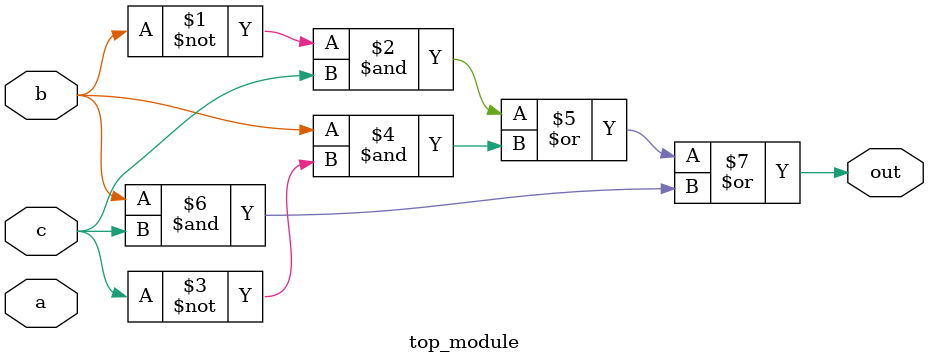
<source format=sv>
module top_module(
    input a, 
    input b,
    input c,
    output out
);

    assign out = (~b & c) | (b & ~c) | (b & c);

endmodule

</source>
